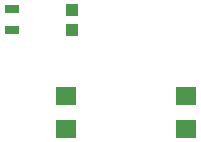
<source format=gtp>
G75*
%MOIN*%
%OFA0B0*%
%FSLAX25Y25*%
%IPPOS*%
%LPD*%
%AMOC8*
5,1,8,0,0,1.08239X$1,22.5*
%
%ADD10R,0.07087X0.06299*%
%ADD11R,0.03937X0.04331*%
%ADD12R,0.04724X0.03150*%
D10*
X0139000Y0146012D03*
X0139000Y0157035D03*
X0179000Y0157035D03*
X0179000Y0146012D03*
D11*
X0141000Y0179177D03*
X0141000Y0185870D03*
D12*
X0121000Y0186067D03*
X0121000Y0178980D03*
M02*

</source>
